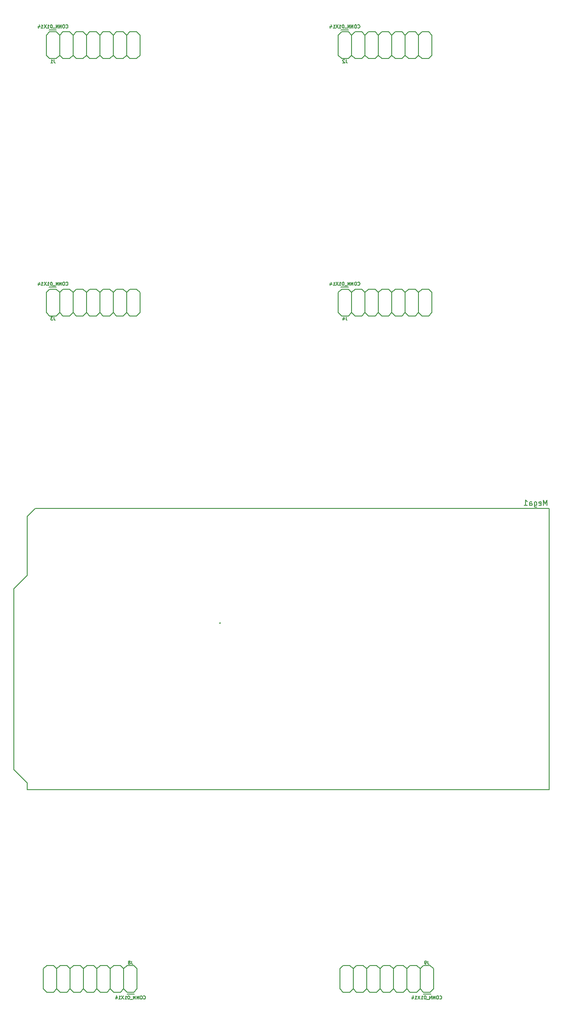
<source format=gbr>
G04 #@! TF.FileFunction,Legend,Bot*
%FSLAX46Y46*%
G04 Gerber Fmt 4.6, Leading zero omitted, Abs format (unit mm)*
G04 Created by KiCad (PCBNEW 4.0.6) date 02/21/20 15:01:47*
%MOMM*%
%LPD*%
G01*
G04 APERTURE LIST*
%ADD10C,0.100000*%
%ADD11C,0.150000*%
%ADD12C,0.203200*%
%ADD13C,0.127000*%
G04 APERTURE END LIST*
D10*
D11*
X227559000Y-191516000D02*
X227559000Y-244856000D01*
X128499000Y-204216000D02*
X128499000Y-193040000D01*
X125959000Y-206756000D02*
X128499000Y-204216000D01*
X125959000Y-241046000D02*
X125959000Y-206756000D01*
X128499000Y-243586000D02*
X125959000Y-241046000D01*
X128499000Y-244856000D02*
X128499000Y-243586000D01*
X130023000Y-191516000D02*
X128499000Y-193040000D01*
X227559000Y-244856000D02*
X128499000Y-244856000D01*
X227559000Y-191516000D02*
X130023000Y-191516000D01*
D12*
X134035000Y-101130000D02*
X134670000Y-101765000D01*
X134670000Y-101765000D02*
X135305000Y-101130000D01*
X136575000Y-101130000D02*
X137210000Y-101765000D01*
X137210000Y-101765000D02*
X137845000Y-101130000D01*
X139115000Y-101130000D02*
X139750000Y-101765000D01*
X139750000Y-101765000D02*
X140385000Y-101130000D01*
X141655000Y-101130000D02*
X142290000Y-101765000D01*
X142290000Y-101765000D02*
X142925000Y-101130000D01*
X144195000Y-101130000D02*
X144830000Y-101765000D01*
X144830000Y-101765000D02*
X145465000Y-101130000D01*
X146735000Y-101130000D02*
X147370000Y-101765000D01*
X132765000Y-106210000D02*
X134035000Y-106210000D01*
X134035000Y-106210000D02*
X134670000Y-105575000D01*
X134670000Y-105575000D02*
X135305000Y-106210000D01*
X135305000Y-106210000D02*
X136575000Y-106210000D01*
X136575000Y-106210000D02*
X137210000Y-105575000D01*
X137210000Y-105575000D02*
X137845000Y-106210000D01*
X137845000Y-106210000D02*
X139115000Y-106210000D01*
X139115000Y-106210000D02*
X139750000Y-105575000D01*
X139750000Y-105575000D02*
X140385000Y-106210000D01*
X140385000Y-106210000D02*
X141655000Y-106210000D01*
X141655000Y-106210000D02*
X142290000Y-105575000D01*
X142290000Y-105575000D02*
X142925000Y-106210000D01*
X142925000Y-106210000D02*
X144195000Y-106210000D01*
X144195000Y-106210000D02*
X144830000Y-105575000D01*
X144830000Y-105575000D02*
X145465000Y-106210000D01*
X145465000Y-106210000D02*
X146735000Y-106210000D01*
X146735000Y-106210000D02*
X147370000Y-105575000D01*
X147370000Y-105575000D02*
X148005000Y-106210000D01*
X148005000Y-106210000D02*
X149275000Y-106210000D01*
X149275000Y-106210000D02*
X149910000Y-105575000D01*
X149910000Y-101765000D02*
X149275000Y-101130000D01*
X147370000Y-101765000D02*
X148005000Y-101130000D01*
X134670000Y-105575000D02*
X134670000Y-101765000D01*
X137210000Y-105575000D02*
X137210000Y-101765000D01*
X139750000Y-105575000D02*
X139750000Y-101765000D01*
X142290000Y-105575000D02*
X142290000Y-101765000D01*
X144830000Y-105575000D02*
X144830000Y-101765000D01*
X147370000Y-105575000D02*
X147370000Y-101765000D01*
X149910000Y-105575000D02*
X149910000Y-101765000D01*
X148005000Y-101130000D02*
X149275000Y-101130000D01*
X145465000Y-101130000D02*
X146735000Y-101130000D01*
X142925000Y-101130000D02*
X144195000Y-101130000D01*
X140385000Y-101130000D02*
X141655000Y-101130000D01*
X137845000Y-101130000D02*
X139115000Y-101130000D01*
X135305000Y-101130000D02*
X136575000Y-101130000D01*
X132765000Y-101130000D02*
X134035000Y-101130000D01*
X132130000Y-101765000D02*
X132765000Y-101130000D01*
X132130000Y-101765000D02*
X132130000Y-105575000D01*
X132130000Y-105575000D02*
X132765000Y-106210000D01*
X132638000Y-100749000D02*
X134035000Y-100749000D01*
X134035000Y-100749000D02*
X132638000Y-100749000D01*
X189435000Y-101130000D02*
X190070000Y-101765000D01*
X190070000Y-101765000D02*
X190705000Y-101130000D01*
X191975000Y-101130000D02*
X192610000Y-101765000D01*
X192610000Y-101765000D02*
X193245000Y-101130000D01*
X194515000Y-101130000D02*
X195150000Y-101765000D01*
X195150000Y-101765000D02*
X195785000Y-101130000D01*
X197055000Y-101130000D02*
X197690000Y-101765000D01*
X197690000Y-101765000D02*
X198325000Y-101130000D01*
X199595000Y-101130000D02*
X200230000Y-101765000D01*
X200230000Y-101765000D02*
X200865000Y-101130000D01*
X202135000Y-101130000D02*
X202770000Y-101765000D01*
X188165000Y-106210000D02*
X189435000Y-106210000D01*
X189435000Y-106210000D02*
X190070000Y-105575000D01*
X190070000Y-105575000D02*
X190705000Y-106210000D01*
X190705000Y-106210000D02*
X191975000Y-106210000D01*
X191975000Y-106210000D02*
X192610000Y-105575000D01*
X192610000Y-105575000D02*
X193245000Y-106210000D01*
X193245000Y-106210000D02*
X194515000Y-106210000D01*
X194515000Y-106210000D02*
X195150000Y-105575000D01*
X195150000Y-105575000D02*
X195785000Y-106210000D01*
X195785000Y-106210000D02*
X197055000Y-106210000D01*
X197055000Y-106210000D02*
X197690000Y-105575000D01*
X197690000Y-105575000D02*
X198325000Y-106210000D01*
X198325000Y-106210000D02*
X199595000Y-106210000D01*
X199595000Y-106210000D02*
X200230000Y-105575000D01*
X200230000Y-105575000D02*
X200865000Y-106210000D01*
X200865000Y-106210000D02*
X202135000Y-106210000D01*
X202135000Y-106210000D02*
X202770000Y-105575000D01*
X202770000Y-105575000D02*
X203405000Y-106210000D01*
X203405000Y-106210000D02*
X204675000Y-106210000D01*
X204675000Y-106210000D02*
X205310000Y-105575000D01*
X205310000Y-101765000D02*
X204675000Y-101130000D01*
X202770000Y-101765000D02*
X203405000Y-101130000D01*
X190070000Y-105575000D02*
X190070000Y-101765000D01*
X192610000Y-105575000D02*
X192610000Y-101765000D01*
X195150000Y-105575000D02*
X195150000Y-101765000D01*
X197690000Y-105575000D02*
X197690000Y-101765000D01*
X200230000Y-105575000D02*
X200230000Y-101765000D01*
X202770000Y-105575000D02*
X202770000Y-101765000D01*
X205310000Y-105575000D02*
X205310000Y-101765000D01*
X203405000Y-101130000D02*
X204675000Y-101130000D01*
X200865000Y-101130000D02*
X202135000Y-101130000D01*
X198325000Y-101130000D02*
X199595000Y-101130000D01*
X195785000Y-101130000D02*
X197055000Y-101130000D01*
X193245000Y-101130000D02*
X194515000Y-101130000D01*
X190705000Y-101130000D02*
X191975000Y-101130000D01*
X188165000Y-101130000D02*
X189435000Y-101130000D01*
X187530000Y-101765000D02*
X188165000Y-101130000D01*
X187530000Y-101765000D02*
X187530000Y-105575000D01*
X187530000Y-105575000D02*
X188165000Y-106210000D01*
X188038000Y-100749000D02*
X189435000Y-100749000D01*
X189435000Y-100749000D02*
X188038000Y-100749000D01*
X189435000Y-149930000D02*
X190070000Y-150565000D01*
X190070000Y-150565000D02*
X190705000Y-149930000D01*
X191975000Y-149930000D02*
X192610000Y-150565000D01*
X192610000Y-150565000D02*
X193245000Y-149930000D01*
X194515000Y-149930000D02*
X195150000Y-150565000D01*
X195150000Y-150565000D02*
X195785000Y-149930000D01*
X197055000Y-149930000D02*
X197690000Y-150565000D01*
X197690000Y-150565000D02*
X198325000Y-149930000D01*
X199595000Y-149930000D02*
X200230000Y-150565000D01*
X200230000Y-150565000D02*
X200865000Y-149930000D01*
X202135000Y-149930000D02*
X202770000Y-150565000D01*
X188165000Y-155010000D02*
X189435000Y-155010000D01*
X189435000Y-155010000D02*
X190070000Y-154375000D01*
X190070000Y-154375000D02*
X190705000Y-155010000D01*
X190705000Y-155010000D02*
X191975000Y-155010000D01*
X191975000Y-155010000D02*
X192610000Y-154375000D01*
X192610000Y-154375000D02*
X193245000Y-155010000D01*
X193245000Y-155010000D02*
X194515000Y-155010000D01*
X194515000Y-155010000D02*
X195150000Y-154375000D01*
X195150000Y-154375000D02*
X195785000Y-155010000D01*
X195785000Y-155010000D02*
X197055000Y-155010000D01*
X197055000Y-155010000D02*
X197690000Y-154375000D01*
X197690000Y-154375000D02*
X198325000Y-155010000D01*
X198325000Y-155010000D02*
X199595000Y-155010000D01*
X199595000Y-155010000D02*
X200230000Y-154375000D01*
X200230000Y-154375000D02*
X200865000Y-155010000D01*
X200865000Y-155010000D02*
X202135000Y-155010000D01*
X202135000Y-155010000D02*
X202770000Y-154375000D01*
X202770000Y-154375000D02*
X203405000Y-155010000D01*
X203405000Y-155010000D02*
X204675000Y-155010000D01*
X204675000Y-155010000D02*
X205310000Y-154375000D01*
X205310000Y-150565000D02*
X204675000Y-149930000D01*
X202770000Y-150565000D02*
X203405000Y-149930000D01*
X190070000Y-154375000D02*
X190070000Y-150565000D01*
X192610000Y-154375000D02*
X192610000Y-150565000D01*
X195150000Y-154375000D02*
X195150000Y-150565000D01*
X197690000Y-154375000D02*
X197690000Y-150565000D01*
X200230000Y-154375000D02*
X200230000Y-150565000D01*
X202770000Y-154375000D02*
X202770000Y-150565000D01*
X205310000Y-154375000D02*
X205310000Y-150565000D01*
X203405000Y-149930000D02*
X204675000Y-149930000D01*
X200865000Y-149930000D02*
X202135000Y-149930000D01*
X198325000Y-149930000D02*
X199595000Y-149930000D01*
X195785000Y-149930000D02*
X197055000Y-149930000D01*
X193245000Y-149930000D02*
X194515000Y-149930000D01*
X190705000Y-149930000D02*
X191975000Y-149930000D01*
X188165000Y-149930000D02*
X189435000Y-149930000D01*
X187530000Y-150565000D02*
X188165000Y-149930000D01*
X187530000Y-150565000D02*
X187530000Y-154375000D01*
X187530000Y-154375000D02*
X188165000Y-155010000D01*
X188038000Y-149549000D02*
X189435000Y-149549000D01*
X189435000Y-149549000D02*
X188038000Y-149549000D01*
X134035000Y-149930000D02*
X134670000Y-150565000D01*
X134670000Y-150565000D02*
X135305000Y-149930000D01*
X136575000Y-149930000D02*
X137210000Y-150565000D01*
X137210000Y-150565000D02*
X137845000Y-149930000D01*
X139115000Y-149930000D02*
X139750000Y-150565000D01*
X139750000Y-150565000D02*
X140385000Y-149930000D01*
X141655000Y-149930000D02*
X142290000Y-150565000D01*
X142290000Y-150565000D02*
X142925000Y-149930000D01*
X144195000Y-149930000D02*
X144830000Y-150565000D01*
X144830000Y-150565000D02*
X145465000Y-149930000D01*
X146735000Y-149930000D02*
X147370000Y-150565000D01*
X132765000Y-155010000D02*
X134035000Y-155010000D01*
X134035000Y-155010000D02*
X134670000Y-154375000D01*
X134670000Y-154375000D02*
X135305000Y-155010000D01*
X135305000Y-155010000D02*
X136575000Y-155010000D01*
X136575000Y-155010000D02*
X137210000Y-154375000D01*
X137210000Y-154375000D02*
X137845000Y-155010000D01*
X137845000Y-155010000D02*
X139115000Y-155010000D01*
X139115000Y-155010000D02*
X139750000Y-154375000D01*
X139750000Y-154375000D02*
X140385000Y-155010000D01*
X140385000Y-155010000D02*
X141655000Y-155010000D01*
X141655000Y-155010000D02*
X142290000Y-154375000D01*
X142290000Y-154375000D02*
X142925000Y-155010000D01*
X142925000Y-155010000D02*
X144195000Y-155010000D01*
X144195000Y-155010000D02*
X144830000Y-154375000D01*
X144830000Y-154375000D02*
X145465000Y-155010000D01*
X145465000Y-155010000D02*
X146735000Y-155010000D01*
X146735000Y-155010000D02*
X147370000Y-154375000D01*
X147370000Y-154375000D02*
X148005000Y-155010000D01*
X148005000Y-155010000D02*
X149275000Y-155010000D01*
X149275000Y-155010000D02*
X149910000Y-154375000D01*
X149910000Y-150565000D02*
X149275000Y-149930000D01*
X147370000Y-150565000D02*
X148005000Y-149930000D01*
X134670000Y-154375000D02*
X134670000Y-150565000D01*
X137210000Y-154375000D02*
X137210000Y-150565000D01*
X139750000Y-154375000D02*
X139750000Y-150565000D01*
X142290000Y-154375000D02*
X142290000Y-150565000D01*
X144830000Y-154375000D02*
X144830000Y-150565000D01*
X147370000Y-154375000D02*
X147370000Y-150565000D01*
X149910000Y-154375000D02*
X149910000Y-150565000D01*
X148005000Y-149930000D02*
X149275000Y-149930000D01*
X145465000Y-149930000D02*
X146735000Y-149930000D01*
X142925000Y-149930000D02*
X144195000Y-149930000D01*
X140385000Y-149930000D02*
X141655000Y-149930000D01*
X137845000Y-149930000D02*
X139115000Y-149930000D01*
X135305000Y-149930000D02*
X136575000Y-149930000D01*
X132765000Y-149930000D02*
X134035000Y-149930000D01*
X132130000Y-150565000D02*
X132765000Y-149930000D01*
X132130000Y-150565000D02*
X132130000Y-154375000D01*
X132130000Y-154375000D02*
X132765000Y-155010000D01*
X132638000Y-149549000D02*
X134035000Y-149549000D01*
X134035000Y-149549000D02*
X132638000Y-149549000D01*
X147465000Y-283270000D02*
X146830000Y-282635000D01*
X146830000Y-282635000D02*
X146195000Y-283270000D01*
X144925000Y-283270000D02*
X144290000Y-282635000D01*
X144290000Y-282635000D02*
X143655000Y-283270000D01*
X142385000Y-283270000D02*
X141750000Y-282635000D01*
X141750000Y-282635000D02*
X141115000Y-283270000D01*
X139845000Y-283270000D02*
X139210000Y-282635000D01*
X139210000Y-282635000D02*
X138575000Y-283270000D01*
X137305000Y-283270000D02*
X136670000Y-282635000D01*
X136670000Y-282635000D02*
X136035000Y-283270000D01*
X134765000Y-283270000D02*
X134130000Y-282635000D01*
X148735000Y-278190000D02*
X147465000Y-278190000D01*
X147465000Y-278190000D02*
X146830000Y-278825000D01*
X146830000Y-278825000D02*
X146195000Y-278190000D01*
X146195000Y-278190000D02*
X144925000Y-278190000D01*
X144925000Y-278190000D02*
X144290000Y-278825000D01*
X144290000Y-278825000D02*
X143655000Y-278190000D01*
X143655000Y-278190000D02*
X142385000Y-278190000D01*
X142385000Y-278190000D02*
X141750000Y-278825000D01*
X141750000Y-278825000D02*
X141115000Y-278190000D01*
X141115000Y-278190000D02*
X139845000Y-278190000D01*
X139845000Y-278190000D02*
X139210000Y-278825000D01*
X139210000Y-278825000D02*
X138575000Y-278190000D01*
X138575000Y-278190000D02*
X137305000Y-278190000D01*
X137305000Y-278190000D02*
X136670000Y-278825000D01*
X136670000Y-278825000D02*
X136035000Y-278190000D01*
X136035000Y-278190000D02*
X134765000Y-278190000D01*
X134765000Y-278190000D02*
X134130000Y-278825000D01*
X134130000Y-278825000D02*
X133495000Y-278190000D01*
X133495000Y-278190000D02*
X132225000Y-278190000D01*
X132225000Y-278190000D02*
X131590000Y-278825000D01*
X131590000Y-282635000D02*
X132225000Y-283270000D01*
X134130000Y-282635000D02*
X133495000Y-283270000D01*
X146830000Y-278825000D02*
X146830000Y-282635000D01*
X144290000Y-278825000D02*
X144290000Y-282635000D01*
X141750000Y-278825000D02*
X141750000Y-282635000D01*
X139210000Y-278825000D02*
X139210000Y-282635000D01*
X136670000Y-278825000D02*
X136670000Y-282635000D01*
X134130000Y-278825000D02*
X134130000Y-282635000D01*
X131590000Y-278825000D02*
X131590000Y-282635000D01*
X133495000Y-283270000D02*
X132225000Y-283270000D01*
X136035000Y-283270000D02*
X134765000Y-283270000D01*
X138575000Y-283270000D02*
X137305000Y-283270000D01*
X141115000Y-283270000D02*
X139845000Y-283270000D01*
X143655000Y-283270000D02*
X142385000Y-283270000D01*
X146195000Y-283270000D02*
X144925000Y-283270000D01*
X148735000Y-283270000D02*
X147465000Y-283270000D01*
X149370000Y-282635000D02*
X148735000Y-283270000D01*
X149370000Y-282635000D02*
X149370000Y-278825000D01*
X149370000Y-278825000D02*
X148735000Y-278190000D01*
X148862000Y-283651000D02*
X147465000Y-283651000D01*
X147465000Y-283651000D02*
X148862000Y-283651000D01*
X203708000Y-283270000D02*
X203073000Y-282635000D01*
X203073000Y-282635000D02*
X202438000Y-283270000D01*
X201168000Y-283270000D02*
X200533000Y-282635000D01*
X200533000Y-282635000D02*
X199898000Y-283270000D01*
X198628000Y-283270000D02*
X197993000Y-282635000D01*
X197993000Y-282635000D02*
X197358000Y-283270000D01*
X196088000Y-283270000D02*
X195453000Y-282635000D01*
X195453000Y-282635000D02*
X194818000Y-283270000D01*
X193548000Y-283270000D02*
X192913000Y-282635000D01*
X192913000Y-282635000D02*
X192278000Y-283270000D01*
X191008000Y-283270000D02*
X190373000Y-282635000D01*
X204978000Y-278190000D02*
X203708000Y-278190000D01*
X203708000Y-278190000D02*
X203073000Y-278825000D01*
X203073000Y-278825000D02*
X202438000Y-278190000D01*
X202438000Y-278190000D02*
X201168000Y-278190000D01*
X201168000Y-278190000D02*
X200533000Y-278825000D01*
X200533000Y-278825000D02*
X199898000Y-278190000D01*
X199898000Y-278190000D02*
X198628000Y-278190000D01*
X198628000Y-278190000D02*
X197993000Y-278825000D01*
X197993000Y-278825000D02*
X197358000Y-278190000D01*
X197358000Y-278190000D02*
X196088000Y-278190000D01*
X196088000Y-278190000D02*
X195453000Y-278825000D01*
X195453000Y-278825000D02*
X194818000Y-278190000D01*
X194818000Y-278190000D02*
X193548000Y-278190000D01*
X193548000Y-278190000D02*
X192913000Y-278825000D01*
X192913000Y-278825000D02*
X192278000Y-278190000D01*
X192278000Y-278190000D02*
X191008000Y-278190000D01*
X191008000Y-278190000D02*
X190373000Y-278825000D01*
X190373000Y-278825000D02*
X189738000Y-278190000D01*
X189738000Y-278190000D02*
X188468000Y-278190000D01*
X188468000Y-278190000D02*
X187833000Y-278825000D01*
X187833000Y-282635000D02*
X188468000Y-283270000D01*
X190373000Y-282635000D02*
X189738000Y-283270000D01*
X203073000Y-278825000D02*
X203073000Y-282635000D01*
X200533000Y-278825000D02*
X200533000Y-282635000D01*
X197993000Y-278825000D02*
X197993000Y-282635000D01*
X195453000Y-278825000D02*
X195453000Y-282635000D01*
X192913000Y-278825000D02*
X192913000Y-282635000D01*
X190373000Y-278825000D02*
X190373000Y-282635000D01*
X187833000Y-278825000D02*
X187833000Y-282635000D01*
X189738000Y-283270000D02*
X188468000Y-283270000D01*
X192278000Y-283270000D02*
X191008000Y-283270000D01*
X194818000Y-283270000D02*
X193548000Y-283270000D01*
X197358000Y-283270000D02*
X196088000Y-283270000D01*
X199898000Y-283270000D02*
X198628000Y-283270000D01*
X202438000Y-283270000D02*
X201168000Y-283270000D01*
X204978000Y-283270000D02*
X203708000Y-283270000D01*
X205613000Y-282635000D02*
X204978000Y-283270000D01*
X205613000Y-282635000D02*
X205613000Y-278825000D01*
X205613000Y-278825000D02*
X204978000Y-278190000D01*
X205105000Y-283651000D02*
X203708000Y-283651000D01*
X203708000Y-283651000D02*
X205105000Y-283651000D01*
D11*
X227161857Y-190952381D02*
X227161857Y-189952381D01*
X226828523Y-190666667D01*
X226495190Y-189952381D01*
X226495190Y-190952381D01*
X225638047Y-190904762D02*
X225733285Y-190952381D01*
X225923762Y-190952381D01*
X226019000Y-190904762D01*
X226066619Y-190809524D01*
X226066619Y-190428571D01*
X226019000Y-190333333D01*
X225923762Y-190285714D01*
X225733285Y-190285714D01*
X225638047Y-190333333D01*
X225590428Y-190428571D01*
X225590428Y-190523810D01*
X226066619Y-190619048D01*
X224733285Y-190285714D02*
X224733285Y-191095238D01*
X224780904Y-191190476D01*
X224828523Y-191238095D01*
X224923762Y-191285714D01*
X225066619Y-191285714D01*
X225161857Y-191238095D01*
X224733285Y-190904762D02*
X224828523Y-190952381D01*
X225019000Y-190952381D01*
X225114238Y-190904762D01*
X225161857Y-190857143D01*
X225209476Y-190761905D01*
X225209476Y-190476190D01*
X225161857Y-190380952D01*
X225114238Y-190333333D01*
X225019000Y-190285714D01*
X224828523Y-190285714D01*
X224733285Y-190333333D01*
X223828523Y-190952381D02*
X223828523Y-190428571D01*
X223876142Y-190333333D01*
X223971380Y-190285714D01*
X224161857Y-190285714D01*
X224257095Y-190333333D01*
X223828523Y-190904762D02*
X223923761Y-190952381D01*
X224161857Y-190952381D01*
X224257095Y-190904762D01*
X224304714Y-190809524D01*
X224304714Y-190714286D01*
X224257095Y-190619048D01*
X224161857Y-190571429D01*
X223923761Y-190571429D01*
X223828523Y-190523810D01*
X222828523Y-190952381D02*
X223399952Y-190952381D01*
X223114238Y-190952381D02*
X223114238Y-189952381D01*
X223209476Y-190095238D01*
X223304714Y-190190476D01*
X223399952Y-190238095D01*
X165075000Y-213209143D02*
X165027381Y-213256762D01*
X165075000Y-213304381D01*
X165122619Y-213256762D01*
X165075000Y-213209143D01*
X165075000Y-213304381D01*
D13*
X133603200Y-106384171D02*
X133603200Y-106819600D01*
X133632228Y-106906686D01*
X133690285Y-106964743D01*
X133777371Y-106993771D01*
X133835428Y-106993771D01*
X132993600Y-106993771D02*
X133341943Y-106993771D01*
X133167771Y-106993771D02*
X133167771Y-106384171D01*
X133225828Y-106471257D01*
X133283886Y-106529314D01*
X133341943Y-106558343D01*
X135852913Y-100331714D02*
X135881942Y-100360743D01*
X135969028Y-100389771D01*
X136027085Y-100389771D01*
X136114170Y-100360743D01*
X136172228Y-100302686D01*
X136201256Y-100244629D01*
X136230285Y-100128514D01*
X136230285Y-100041429D01*
X136201256Y-99925314D01*
X136172228Y-99867257D01*
X136114170Y-99809200D01*
X136027085Y-99780171D01*
X135969028Y-99780171D01*
X135881942Y-99809200D01*
X135852913Y-99838229D01*
X135475542Y-99780171D02*
X135359428Y-99780171D01*
X135301370Y-99809200D01*
X135243313Y-99867257D01*
X135214285Y-99983371D01*
X135214285Y-100186571D01*
X135243313Y-100302686D01*
X135301370Y-100360743D01*
X135359428Y-100389771D01*
X135475542Y-100389771D01*
X135533599Y-100360743D01*
X135591656Y-100302686D01*
X135620685Y-100186571D01*
X135620685Y-99983371D01*
X135591656Y-99867257D01*
X135533599Y-99809200D01*
X135475542Y-99780171D01*
X134953027Y-100389771D02*
X134953027Y-99780171D01*
X134604684Y-100389771D01*
X134604684Y-99780171D01*
X134314398Y-100389771D02*
X134314398Y-99780171D01*
X133966055Y-100389771D01*
X133966055Y-99780171D01*
X133820912Y-100447829D02*
X133356455Y-100447829D01*
X133095198Y-99780171D02*
X133037141Y-99780171D01*
X132979084Y-99809200D01*
X132950055Y-99838229D01*
X132921026Y-99896286D01*
X132891998Y-100012400D01*
X132891998Y-100157543D01*
X132921026Y-100273657D01*
X132950055Y-100331714D01*
X132979084Y-100360743D01*
X133037141Y-100389771D01*
X133095198Y-100389771D01*
X133153255Y-100360743D01*
X133182284Y-100331714D01*
X133211312Y-100273657D01*
X133240341Y-100157543D01*
X133240341Y-100012400D01*
X133211312Y-99896286D01*
X133182284Y-99838229D01*
X133153255Y-99809200D01*
X133095198Y-99780171D01*
X132311427Y-100389771D02*
X132659770Y-100389771D01*
X132485598Y-100389771D02*
X132485598Y-99780171D01*
X132543655Y-99867257D01*
X132601713Y-99925314D01*
X132659770Y-99954343D01*
X132108227Y-99780171D02*
X131701827Y-100389771D01*
X131701827Y-99780171D02*
X132108227Y-100389771D01*
X131150285Y-100389771D02*
X131498628Y-100389771D01*
X131324456Y-100389771D02*
X131324456Y-99780171D01*
X131382513Y-99867257D01*
X131440571Y-99925314D01*
X131498628Y-99954343D01*
X130627771Y-99983371D02*
X130627771Y-100389771D01*
X130772914Y-99751143D02*
X130918057Y-100186571D01*
X130540685Y-100186571D01*
X189003200Y-106384171D02*
X189003200Y-106819600D01*
X189032228Y-106906686D01*
X189090285Y-106964743D01*
X189177371Y-106993771D01*
X189235428Y-106993771D01*
X188741943Y-106442229D02*
X188712914Y-106413200D01*
X188654857Y-106384171D01*
X188509714Y-106384171D01*
X188451657Y-106413200D01*
X188422628Y-106442229D01*
X188393600Y-106500286D01*
X188393600Y-106558343D01*
X188422628Y-106645429D01*
X188770971Y-106993771D01*
X188393600Y-106993771D01*
X191252913Y-100331714D02*
X191281942Y-100360743D01*
X191369028Y-100389771D01*
X191427085Y-100389771D01*
X191514170Y-100360743D01*
X191572228Y-100302686D01*
X191601256Y-100244629D01*
X191630285Y-100128514D01*
X191630285Y-100041429D01*
X191601256Y-99925314D01*
X191572228Y-99867257D01*
X191514170Y-99809200D01*
X191427085Y-99780171D01*
X191369028Y-99780171D01*
X191281942Y-99809200D01*
X191252913Y-99838229D01*
X190875542Y-99780171D02*
X190759428Y-99780171D01*
X190701370Y-99809200D01*
X190643313Y-99867257D01*
X190614285Y-99983371D01*
X190614285Y-100186571D01*
X190643313Y-100302686D01*
X190701370Y-100360743D01*
X190759428Y-100389771D01*
X190875542Y-100389771D01*
X190933599Y-100360743D01*
X190991656Y-100302686D01*
X191020685Y-100186571D01*
X191020685Y-99983371D01*
X190991656Y-99867257D01*
X190933599Y-99809200D01*
X190875542Y-99780171D01*
X190353027Y-100389771D02*
X190353027Y-99780171D01*
X190004684Y-100389771D01*
X190004684Y-99780171D01*
X189714398Y-100389771D02*
X189714398Y-99780171D01*
X189366055Y-100389771D01*
X189366055Y-99780171D01*
X189220912Y-100447829D02*
X188756455Y-100447829D01*
X188495198Y-99780171D02*
X188437141Y-99780171D01*
X188379084Y-99809200D01*
X188350055Y-99838229D01*
X188321026Y-99896286D01*
X188291998Y-100012400D01*
X188291998Y-100157543D01*
X188321026Y-100273657D01*
X188350055Y-100331714D01*
X188379084Y-100360743D01*
X188437141Y-100389771D01*
X188495198Y-100389771D01*
X188553255Y-100360743D01*
X188582284Y-100331714D01*
X188611312Y-100273657D01*
X188640341Y-100157543D01*
X188640341Y-100012400D01*
X188611312Y-99896286D01*
X188582284Y-99838229D01*
X188553255Y-99809200D01*
X188495198Y-99780171D01*
X187711427Y-100389771D02*
X188059770Y-100389771D01*
X187885598Y-100389771D02*
X187885598Y-99780171D01*
X187943655Y-99867257D01*
X188001713Y-99925314D01*
X188059770Y-99954343D01*
X187508227Y-99780171D02*
X187101827Y-100389771D01*
X187101827Y-99780171D02*
X187508227Y-100389771D01*
X186550285Y-100389771D02*
X186898628Y-100389771D01*
X186724456Y-100389771D02*
X186724456Y-99780171D01*
X186782513Y-99867257D01*
X186840571Y-99925314D01*
X186898628Y-99954343D01*
X186027771Y-99983371D02*
X186027771Y-100389771D01*
X186172914Y-99751143D02*
X186318057Y-100186571D01*
X185940685Y-100186571D01*
X189003200Y-155184171D02*
X189003200Y-155619600D01*
X189032228Y-155706686D01*
X189090285Y-155764743D01*
X189177371Y-155793771D01*
X189235428Y-155793771D01*
X188451657Y-155387371D02*
X188451657Y-155793771D01*
X188596800Y-155155143D02*
X188741943Y-155590571D01*
X188364571Y-155590571D01*
X191252913Y-149131714D02*
X191281942Y-149160743D01*
X191369028Y-149189771D01*
X191427085Y-149189771D01*
X191514170Y-149160743D01*
X191572228Y-149102686D01*
X191601256Y-149044629D01*
X191630285Y-148928514D01*
X191630285Y-148841429D01*
X191601256Y-148725314D01*
X191572228Y-148667257D01*
X191514170Y-148609200D01*
X191427085Y-148580171D01*
X191369028Y-148580171D01*
X191281942Y-148609200D01*
X191252913Y-148638229D01*
X190875542Y-148580171D02*
X190759428Y-148580171D01*
X190701370Y-148609200D01*
X190643313Y-148667257D01*
X190614285Y-148783371D01*
X190614285Y-148986571D01*
X190643313Y-149102686D01*
X190701370Y-149160743D01*
X190759428Y-149189771D01*
X190875542Y-149189771D01*
X190933599Y-149160743D01*
X190991656Y-149102686D01*
X191020685Y-148986571D01*
X191020685Y-148783371D01*
X190991656Y-148667257D01*
X190933599Y-148609200D01*
X190875542Y-148580171D01*
X190353027Y-149189771D02*
X190353027Y-148580171D01*
X190004684Y-149189771D01*
X190004684Y-148580171D01*
X189714398Y-149189771D02*
X189714398Y-148580171D01*
X189366055Y-149189771D01*
X189366055Y-148580171D01*
X189220912Y-149247829D02*
X188756455Y-149247829D01*
X188495198Y-148580171D02*
X188437141Y-148580171D01*
X188379084Y-148609200D01*
X188350055Y-148638229D01*
X188321026Y-148696286D01*
X188291998Y-148812400D01*
X188291998Y-148957543D01*
X188321026Y-149073657D01*
X188350055Y-149131714D01*
X188379084Y-149160743D01*
X188437141Y-149189771D01*
X188495198Y-149189771D01*
X188553255Y-149160743D01*
X188582284Y-149131714D01*
X188611312Y-149073657D01*
X188640341Y-148957543D01*
X188640341Y-148812400D01*
X188611312Y-148696286D01*
X188582284Y-148638229D01*
X188553255Y-148609200D01*
X188495198Y-148580171D01*
X187711427Y-149189771D02*
X188059770Y-149189771D01*
X187885598Y-149189771D02*
X187885598Y-148580171D01*
X187943655Y-148667257D01*
X188001713Y-148725314D01*
X188059770Y-148754343D01*
X187508227Y-148580171D02*
X187101827Y-149189771D01*
X187101827Y-148580171D02*
X187508227Y-149189771D01*
X186550285Y-149189771D02*
X186898628Y-149189771D01*
X186724456Y-149189771D02*
X186724456Y-148580171D01*
X186782513Y-148667257D01*
X186840571Y-148725314D01*
X186898628Y-148754343D01*
X186027771Y-148783371D02*
X186027771Y-149189771D01*
X186172914Y-148551143D02*
X186318057Y-148986571D01*
X185940685Y-148986571D01*
X133603200Y-155184171D02*
X133603200Y-155619600D01*
X133632228Y-155706686D01*
X133690285Y-155764743D01*
X133777371Y-155793771D01*
X133835428Y-155793771D01*
X133370971Y-155184171D02*
X132993600Y-155184171D01*
X133196800Y-155416400D01*
X133109714Y-155416400D01*
X133051657Y-155445429D01*
X133022628Y-155474457D01*
X132993600Y-155532514D01*
X132993600Y-155677657D01*
X133022628Y-155735714D01*
X133051657Y-155764743D01*
X133109714Y-155793771D01*
X133283886Y-155793771D01*
X133341943Y-155764743D01*
X133370971Y-155735714D01*
X135852913Y-149131714D02*
X135881942Y-149160743D01*
X135969028Y-149189771D01*
X136027085Y-149189771D01*
X136114170Y-149160743D01*
X136172228Y-149102686D01*
X136201256Y-149044629D01*
X136230285Y-148928514D01*
X136230285Y-148841429D01*
X136201256Y-148725314D01*
X136172228Y-148667257D01*
X136114170Y-148609200D01*
X136027085Y-148580171D01*
X135969028Y-148580171D01*
X135881942Y-148609200D01*
X135852913Y-148638229D01*
X135475542Y-148580171D02*
X135359428Y-148580171D01*
X135301370Y-148609200D01*
X135243313Y-148667257D01*
X135214285Y-148783371D01*
X135214285Y-148986571D01*
X135243313Y-149102686D01*
X135301370Y-149160743D01*
X135359428Y-149189771D01*
X135475542Y-149189771D01*
X135533599Y-149160743D01*
X135591656Y-149102686D01*
X135620685Y-148986571D01*
X135620685Y-148783371D01*
X135591656Y-148667257D01*
X135533599Y-148609200D01*
X135475542Y-148580171D01*
X134953027Y-149189771D02*
X134953027Y-148580171D01*
X134604684Y-149189771D01*
X134604684Y-148580171D01*
X134314398Y-149189771D02*
X134314398Y-148580171D01*
X133966055Y-149189771D01*
X133966055Y-148580171D01*
X133820912Y-149247829D02*
X133356455Y-149247829D01*
X133095198Y-148580171D02*
X133037141Y-148580171D01*
X132979084Y-148609200D01*
X132950055Y-148638229D01*
X132921026Y-148696286D01*
X132891998Y-148812400D01*
X132891998Y-148957543D01*
X132921026Y-149073657D01*
X132950055Y-149131714D01*
X132979084Y-149160743D01*
X133037141Y-149189771D01*
X133095198Y-149189771D01*
X133153255Y-149160743D01*
X133182284Y-149131714D01*
X133211312Y-149073657D01*
X133240341Y-148957543D01*
X133240341Y-148812400D01*
X133211312Y-148696286D01*
X133182284Y-148638229D01*
X133153255Y-148609200D01*
X133095198Y-148580171D01*
X132311427Y-149189771D02*
X132659770Y-149189771D01*
X132485598Y-149189771D02*
X132485598Y-148580171D01*
X132543655Y-148667257D01*
X132601713Y-148725314D01*
X132659770Y-148754343D01*
X132108227Y-148580171D02*
X131701827Y-149189771D01*
X131701827Y-148580171D02*
X132108227Y-149189771D01*
X131150285Y-149189771D02*
X131498628Y-149189771D01*
X131324456Y-149189771D02*
X131324456Y-148580171D01*
X131382513Y-148667257D01*
X131440571Y-148725314D01*
X131498628Y-148754343D01*
X130627771Y-148783371D02*
X130627771Y-149189771D01*
X130772914Y-148551143D02*
X130918057Y-148986571D01*
X130540685Y-148986571D01*
X148303200Y-277348171D02*
X148303200Y-277783600D01*
X148332228Y-277870686D01*
X148390285Y-277928743D01*
X148477371Y-277957771D01*
X148535428Y-277957771D01*
X147925828Y-277609429D02*
X147983886Y-277580400D01*
X148012914Y-277551371D01*
X148041943Y-277493314D01*
X148041943Y-277464286D01*
X148012914Y-277406229D01*
X147983886Y-277377200D01*
X147925828Y-277348171D01*
X147809714Y-277348171D01*
X147751657Y-277377200D01*
X147722628Y-277406229D01*
X147693600Y-277464286D01*
X147693600Y-277493314D01*
X147722628Y-277551371D01*
X147751657Y-277580400D01*
X147809714Y-277609429D01*
X147925828Y-277609429D01*
X147983886Y-277638457D01*
X148012914Y-277667486D01*
X148041943Y-277725543D01*
X148041943Y-277841657D01*
X148012914Y-277899714D01*
X147983886Y-277928743D01*
X147925828Y-277957771D01*
X147809714Y-277957771D01*
X147751657Y-277928743D01*
X147722628Y-277899714D01*
X147693600Y-277841657D01*
X147693600Y-277725543D01*
X147722628Y-277667486D01*
X147751657Y-277638457D01*
X147809714Y-277609429D01*
X150552913Y-284503714D02*
X150581942Y-284532743D01*
X150669028Y-284561771D01*
X150727085Y-284561771D01*
X150814170Y-284532743D01*
X150872228Y-284474686D01*
X150901256Y-284416629D01*
X150930285Y-284300514D01*
X150930285Y-284213429D01*
X150901256Y-284097314D01*
X150872228Y-284039257D01*
X150814170Y-283981200D01*
X150727085Y-283952171D01*
X150669028Y-283952171D01*
X150581942Y-283981200D01*
X150552913Y-284010229D01*
X150175542Y-283952171D02*
X150059428Y-283952171D01*
X150001370Y-283981200D01*
X149943313Y-284039257D01*
X149914285Y-284155371D01*
X149914285Y-284358571D01*
X149943313Y-284474686D01*
X150001370Y-284532743D01*
X150059428Y-284561771D01*
X150175542Y-284561771D01*
X150233599Y-284532743D01*
X150291656Y-284474686D01*
X150320685Y-284358571D01*
X150320685Y-284155371D01*
X150291656Y-284039257D01*
X150233599Y-283981200D01*
X150175542Y-283952171D01*
X149653027Y-284561771D02*
X149653027Y-283952171D01*
X149304684Y-284561771D01*
X149304684Y-283952171D01*
X149014398Y-284561771D02*
X149014398Y-283952171D01*
X148666055Y-284561771D01*
X148666055Y-283952171D01*
X148520912Y-284619829D02*
X148056455Y-284619829D01*
X147795198Y-283952171D02*
X147737141Y-283952171D01*
X147679084Y-283981200D01*
X147650055Y-284010229D01*
X147621026Y-284068286D01*
X147591998Y-284184400D01*
X147591998Y-284329543D01*
X147621026Y-284445657D01*
X147650055Y-284503714D01*
X147679084Y-284532743D01*
X147737141Y-284561771D01*
X147795198Y-284561771D01*
X147853255Y-284532743D01*
X147882284Y-284503714D01*
X147911312Y-284445657D01*
X147940341Y-284329543D01*
X147940341Y-284184400D01*
X147911312Y-284068286D01*
X147882284Y-284010229D01*
X147853255Y-283981200D01*
X147795198Y-283952171D01*
X147011427Y-284561771D02*
X147359770Y-284561771D01*
X147185598Y-284561771D02*
X147185598Y-283952171D01*
X147243655Y-284039257D01*
X147301713Y-284097314D01*
X147359770Y-284126343D01*
X146808227Y-283952171D02*
X146401827Y-284561771D01*
X146401827Y-283952171D02*
X146808227Y-284561771D01*
X145850285Y-284561771D02*
X146198628Y-284561771D01*
X146024456Y-284561771D02*
X146024456Y-283952171D01*
X146082513Y-284039257D01*
X146140571Y-284097314D01*
X146198628Y-284126343D01*
X145327771Y-284155371D02*
X145327771Y-284561771D01*
X145472914Y-283923143D02*
X145618057Y-284358571D01*
X145240685Y-284358571D01*
X204546200Y-277348171D02*
X204546200Y-277783600D01*
X204575228Y-277870686D01*
X204633285Y-277928743D01*
X204720371Y-277957771D01*
X204778428Y-277957771D01*
X204226886Y-277957771D02*
X204110771Y-277957771D01*
X204052714Y-277928743D01*
X204023686Y-277899714D01*
X203965628Y-277812629D01*
X203936600Y-277696514D01*
X203936600Y-277464286D01*
X203965628Y-277406229D01*
X203994657Y-277377200D01*
X204052714Y-277348171D01*
X204168828Y-277348171D01*
X204226886Y-277377200D01*
X204255914Y-277406229D01*
X204284943Y-277464286D01*
X204284943Y-277609429D01*
X204255914Y-277667486D01*
X204226886Y-277696514D01*
X204168828Y-277725543D01*
X204052714Y-277725543D01*
X203994657Y-277696514D01*
X203965628Y-277667486D01*
X203936600Y-277609429D01*
X206795913Y-284503714D02*
X206824942Y-284532743D01*
X206912028Y-284561771D01*
X206970085Y-284561771D01*
X207057170Y-284532743D01*
X207115228Y-284474686D01*
X207144256Y-284416629D01*
X207173285Y-284300514D01*
X207173285Y-284213429D01*
X207144256Y-284097314D01*
X207115228Y-284039257D01*
X207057170Y-283981200D01*
X206970085Y-283952171D01*
X206912028Y-283952171D01*
X206824942Y-283981200D01*
X206795913Y-284010229D01*
X206418542Y-283952171D02*
X206302428Y-283952171D01*
X206244370Y-283981200D01*
X206186313Y-284039257D01*
X206157285Y-284155371D01*
X206157285Y-284358571D01*
X206186313Y-284474686D01*
X206244370Y-284532743D01*
X206302428Y-284561771D01*
X206418542Y-284561771D01*
X206476599Y-284532743D01*
X206534656Y-284474686D01*
X206563685Y-284358571D01*
X206563685Y-284155371D01*
X206534656Y-284039257D01*
X206476599Y-283981200D01*
X206418542Y-283952171D01*
X205896027Y-284561771D02*
X205896027Y-283952171D01*
X205547684Y-284561771D01*
X205547684Y-283952171D01*
X205257398Y-284561771D02*
X205257398Y-283952171D01*
X204909055Y-284561771D01*
X204909055Y-283952171D01*
X204763912Y-284619829D02*
X204299455Y-284619829D01*
X204038198Y-283952171D02*
X203980141Y-283952171D01*
X203922084Y-283981200D01*
X203893055Y-284010229D01*
X203864026Y-284068286D01*
X203834998Y-284184400D01*
X203834998Y-284329543D01*
X203864026Y-284445657D01*
X203893055Y-284503714D01*
X203922084Y-284532743D01*
X203980141Y-284561771D01*
X204038198Y-284561771D01*
X204096255Y-284532743D01*
X204125284Y-284503714D01*
X204154312Y-284445657D01*
X204183341Y-284329543D01*
X204183341Y-284184400D01*
X204154312Y-284068286D01*
X204125284Y-284010229D01*
X204096255Y-283981200D01*
X204038198Y-283952171D01*
X203254427Y-284561771D02*
X203602770Y-284561771D01*
X203428598Y-284561771D02*
X203428598Y-283952171D01*
X203486655Y-284039257D01*
X203544713Y-284097314D01*
X203602770Y-284126343D01*
X203051227Y-283952171D02*
X202644827Y-284561771D01*
X202644827Y-283952171D02*
X203051227Y-284561771D01*
X202093285Y-284561771D02*
X202441628Y-284561771D01*
X202267456Y-284561771D02*
X202267456Y-283952171D01*
X202325513Y-284039257D01*
X202383571Y-284097314D01*
X202441628Y-284126343D01*
X201570771Y-284155371D02*
X201570771Y-284561771D01*
X201715914Y-283923143D02*
X201861057Y-284358571D01*
X201483685Y-284358571D01*
M02*

</source>
